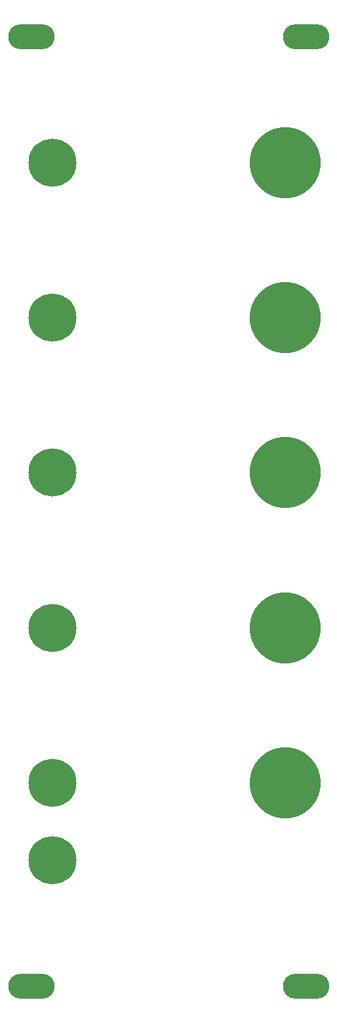
<source format=gbr>
%TF.GenerationSoftware,KiCad,Pcbnew,(6.0.2)*%
%TF.CreationDate,2022-05-06T20:28:20+02:00*%
%TF.ProjectId,4 Channel Mixer,34204368-616e-46e6-956c-204d69786572,1.0*%
%TF.SameCoordinates,Original*%
%TF.FileFunction,Soldermask,Bot*%
%TF.FilePolarity,Negative*%
%FSLAX46Y46*%
G04 Gerber Fmt 4.6, Leading zero omitted, Abs format (unit mm)*
G04 Created by KiCad (PCBNEW (6.0.2)) date 2022-05-06 20:28:20*
%MOMM*%
%LPD*%
G01*
G04 APERTURE LIST*
%ADD10C,6.200000*%
%ADD11C,9.200000*%
%ADD12O,6.000000X3.200000*%
G04 APERTURE END LIST*
D10*
%TO.C,REF\u002A\u002A*%
X120000000Y-95000000D03*
%TD*%
%TO.C,REF\u002A\u002A*%
X120000000Y-145000000D03*
%TD*%
D11*
%TO.C,REF\u002A\u002A*%
X150000000Y-115000000D03*
%TD*%
D12*
%TO.C,REF\u002A\u002A*%
X152750000Y-161250000D03*
%TD*%
D11*
%TO.C,REF\u002A\u002A*%
X150000000Y-55000000D03*
%TD*%
D12*
%TO.C,REF\u002A\u002A*%
X117250000Y-161250000D03*
%TD*%
%TO.C,REF\u002A\u002A*%
X152750000Y-38750000D03*
%TD*%
%TO.C,REF\u002A\u002A*%
X117250000Y-38750000D03*
%TD*%
D10*
%TO.C,REF\u002A\u002A*%
X120000000Y-75000000D03*
%TD*%
%TO.C,REF\u002A\u002A*%
X120000000Y-115000000D03*
%TD*%
D11*
%TO.C,REF\u002A\u002A*%
X150000000Y-75000000D03*
%TD*%
%TO.C,REF\u002A\u002A*%
X150000000Y-95000000D03*
%TD*%
D10*
%TO.C,REF\u002A\u002A*%
X120000000Y-135000000D03*
%TD*%
D11*
%TO.C,REF\u002A\u002A*%
X150000000Y-135000000D03*
%TD*%
D10*
%TO.C,REF\u002A\u002A*%
X120000000Y-55000000D03*
%TD*%
M02*

</source>
